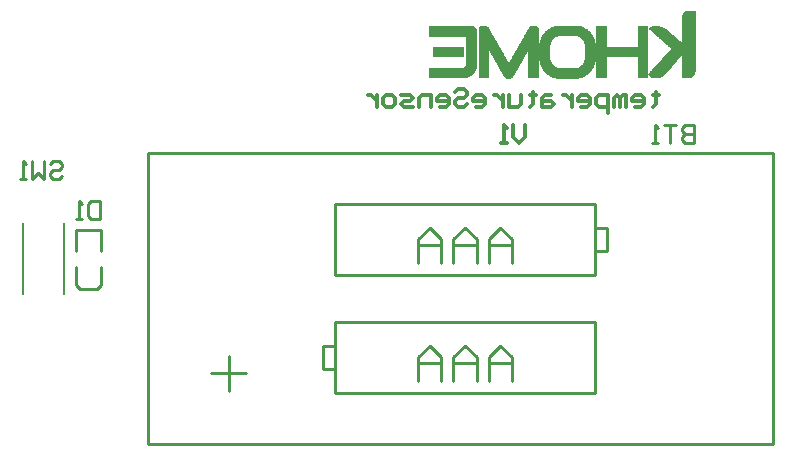
<source format=gbo>
G04 Layer_Color=32896*
%FSLAX25Y25*%
%MOIN*%
G70*
G01*
G75*
%ADD24C,0.01000*%
%ADD27C,0.01181*%
%ADD28C,0.00100*%
%ADD42C,0.00787*%
D24*
X49705Y3347D02*
Y100157D01*
X258287Y3347D02*
Y100157D01*
X49705D02*
X258287D01*
X49705Y3347D02*
X258287D01*
X76732Y20846D02*
Y32658D01*
X70827Y26752D02*
X82638D01*
X112165Y20256D02*
Y43878D01*
Y20256D02*
X198779D01*
Y43878D01*
X112165D02*
X198779D01*
X108228Y36004D02*
X112165D01*
X108228Y28130D02*
Y36004D01*
Y28130D02*
X112165D01*
X198779Y75374D02*
X202716D01*
Y67500D02*
Y75374D01*
X198779Y67500D02*
X202716D01*
X112165Y59626D02*
X198779D01*
X112165D02*
Y83248D01*
X198779D01*
Y59626D02*
Y83248D01*
X25700Y67700D02*
Y74700D01*
X34300Y67700D02*
Y74700D01*
X25700D02*
X34300D01*
X32756Y54764D02*
X34300Y56308D01*
Y62300D01*
X25700Y56308D02*
Y62300D01*
X27933Y54764D02*
X32756D01*
X27244D02*
X27933D01*
X25700Y56308D02*
X27244Y54764D01*
X17276Y96573D02*
X18276Y97573D01*
X20275D01*
X21275Y96573D01*
Y95574D01*
X20275Y94574D01*
X18276D01*
X17276Y93574D01*
Y92575D01*
X18276Y91575D01*
X20275D01*
X21275Y92575D01*
X15277Y97573D02*
Y91575D01*
X13277Y93574D01*
X11278Y91575D01*
Y97573D01*
X9279Y91575D02*
X7279D01*
X8279D01*
Y97573D01*
X9279Y96573D01*
X33775Y84173D02*
Y78175D01*
X30776D01*
X29776Y79175D01*
Y83173D01*
X30776Y84173D01*
X33775D01*
X27777Y78175D02*
X25777D01*
X26777D01*
Y84173D01*
X27777Y83173D01*
X231890Y109541D02*
Y103543D01*
X228891D01*
X227891Y104543D01*
Y105543D01*
X228891Y106542D01*
X231890D01*
X228891D01*
X227891Y107542D01*
Y108542D01*
X228891Y109541D01*
X231890D01*
X225892D02*
X221893D01*
X223892D01*
Y103543D01*
X219894D02*
X217894D01*
X218894D01*
Y109541D01*
X219894Y108542D01*
X171221Y24193D02*
Y32064D01*
X167285Y36000D01*
X163349Y32064D01*
Y24193D01*
Y30097D01*
X171221D01*
X159413Y24193D02*
Y32064D01*
X155477Y36000D01*
X151542Y32064D01*
Y24193D01*
Y30097D01*
X159413D01*
X147606Y24193D02*
Y32064D01*
X143670Y36000D01*
X139735Y32064D01*
Y24193D01*
Y30097D01*
X147606D01*
X171221Y63563D02*
Y71434D01*
X167285Y75370D01*
X163349Y71434D01*
Y63563D01*
Y69467D01*
X171221D01*
X159413Y63563D02*
Y71434D01*
X155477Y75370D01*
X151542Y71434D01*
Y63563D01*
Y69467D01*
X159413D01*
X147606Y63563D02*
Y71434D01*
X143670Y75370D01*
X139735Y71434D01*
Y63563D01*
Y69467D01*
X147606D01*
D27*
X219079Y120573D02*
Y119574D01*
X220079D01*
X218079D01*
X219079D01*
Y116575D01*
X218079Y115575D01*
X212081D02*
X214081D01*
X215080Y116575D01*
Y118574D01*
X214081Y119574D01*
X212081D01*
X211082Y118574D01*
Y117574D01*
X215080D01*
X209082Y115575D02*
Y119574D01*
X208083D01*
X207083Y118574D01*
Y115575D01*
Y118574D01*
X206083Y119574D01*
X205084Y118574D01*
Y115575D01*
X203084Y113576D02*
Y119574D01*
X200085D01*
X199085Y118574D01*
Y116575D01*
X200085Y115575D01*
X203084D01*
X194087D02*
X196087D01*
X197086Y116575D01*
Y118574D01*
X196087Y119574D01*
X194087D01*
X193087Y118574D01*
Y117574D01*
X197086D01*
X191088Y119574D02*
Y115575D01*
Y117574D01*
X190088Y118574D01*
X189089Y119574D01*
X188089D01*
X184090D02*
X182091D01*
X181091Y118574D01*
Y115575D01*
X184090D01*
X185090Y116575D01*
X184090Y117574D01*
X181091D01*
X178092Y120573D02*
Y119574D01*
X179092D01*
X177093D01*
X178092D01*
Y116575D01*
X177093Y115575D01*
X174094Y119574D02*
Y116575D01*
X173094Y115575D01*
X170095D01*
Y119574D01*
X168096D02*
Y115575D01*
Y117574D01*
X167096Y118574D01*
X166096Y119574D01*
X165096D01*
X159098Y115575D02*
X161098D01*
X162098Y116575D01*
Y118574D01*
X161098Y119574D01*
X159098D01*
X158099Y118574D01*
Y117574D01*
X162098D01*
X152101Y120573D02*
X153100Y121573D01*
X155100D01*
X156099Y120573D01*
Y119574D01*
X155100Y118574D01*
X153100D01*
X152101Y117574D01*
Y116575D01*
X153100Y115575D01*
X155100D01*
X156099Y116575D01*
X147102Y115575D02*
X149102D01*
X150101Y116575D01*
Y118574D01*
X149102Y119574D01*
X147102D01*
X146103Y118574D01*
Y117574D01*
X150101D01*
X144103Y115575D02*
Y119574D01*
X141104D01*
X140105Y118574D01*
Y115575D01*
X138105D02*
X135106D01*
X134107Y116575D01*
X135106Y117574D01*
X137106D01*
X138105Y118574D01*
X137106Y119574D01*
X134107D01*
X131107Y115575D02*
X129108D01*
X128109Y116575D01*
Y118574D01*
X129108Y119574D01*
X131107D01*
X132107Y118574D01*
Y116575D01*
X131107Y115575D01*
X126109Y119574D02*
Y115575D01*
Y117574D01*
X125110Y118574D01*
X124110Y119574D01*
X123110D01*
X175593Y109541D02*
Y105543D01*
X173594Y103543D01*
X171594Y105543D01*
Y109541D01*
X169595Y103543D02*
X167596D01*
X168595D01*
Y109541D01*
X169595Y108542D01*
D28*
X160001Y125491D02*
X163301D01*
X160001Y125591D02*
X163301D01*
X160001Y125691D02*
X163301D01*
X160001Y125791D02*
X163301D01*
X160001Y125891D02*
X163301D01*
X160001Y125991D02*
X163301D01*
X160001Y126091D02*
X163301D01*
X160001Y126191D02*
X163301D01*
X160001Y126291D02*
X163301D01*
X160001Y126391D02*
X163301D01*
X160001Y126491D02*
X163301D01*
X160001Y126591D02*
X163301D01*
X160001Y126691D02*
X163301D01*
X160001Y126791D02*
X163301D01*
X160001Y126891D02*
X163301D01*
X160001Y126991D02*
X163301D01*
X160001Y127091D02*
X163301D01*
X160001Y127191D02*
X163301D01*
X160001Y127291D02*
X163301D01*
X160001Y127391D02*
X163301D01*
X160001Y127491D02*
X163301D01*
X160001Y127591D02*
X163301D01*
X160001Y127691D02*
X163301D01*
X160001Y127791D02*
X163301D01*
X160001Y127891D02*
X163301D01*
X160001Y127991D02*
X163301D01*
X160001Y128091D02*
X163301D01*
X160001Y128191D02*
X163301D01*
X160001Y128291D02*
X163301D01*
X160001Y128391D02*
X163301D01*
X160001Y128491D02*
X163301D01*
X160001Y128591D02*
X163301D01*
X160001Y128691D02*
X163301D01*
X160001Y128791D02*
X163301D01*
X160001Y128891D02*
X163301D01*
X160001Y128991D02*
X163301D01*
X160001Y129091D02*
X163301D01*
X160001Y129191D02*
X163301D01*
X160001Y129291D02*
X163301D01*
X160001Y129391D02*
X163301D01*
X160001Y129491D02*
X163301D01*
X160001Y129591D02*
X163301D01*
X160001Y129691D02*
X163301D01*
X160001Y129791D02*
X163301D01*
X160001Y129891D02*
X163301D01*
X160001Y129991D02*
X163301D01*
X160001Y130091D02*
X163301D01*
X160001Y130191D02*
X163301D01*
X160001Y130291D02*
X163301D01*
X160001Y130391D02*
X163301D01*
X160001Y130491D02*
X163301D01*
X160001Y130591D02*
X163301D01*
X160001Y130791D02*
X163301D01*
X160001Y130891D02*
X163301D01*
X160001Y130991D02*
X163301D01*
X160001Y131091D02*
X163301D01*
X160001Y131191D02*
X163301D01*
X160001Y131291D02*
X163301D01*
X160001Y131391D02*
X163301D01*
X160001Y131491D02*
X163301D01*
X160001Y131591D02*
X163301D01*
X160001Y131691D02*
X163301D01*
X160001Y131791D02*
X163301D01*
X160001Y131891D02*
X163301D01*
X160001Y131991D02*
X163301D01*
X160001Y132091D02*
X163301D01*
X160001Y132191D02*
X163301D01*
X160001Y132291D02*
X163301D01*
X160001Y132391D02*
X163301D01*
X160001Y132491D02*
X163301D01*
X160001Y132591D02*
X163301D01*
X160001Y132691D02*
X163301D01*
X160001Y132791D02*
X163301D01*
X160001Y132891D02*
X163301D01*
X160001Y132991D02*
X163301D01*
X160001Y133091D02*
X163301D01*
X160001Y133191D02*
X163301D01*
X160001Y133291D02*
X163301D01*
X160001Y133391D02*
X163301D01*
X160001Y133491D02*
X163301D01*
X160001Y133591D02*
X163301D01*
X160001Y133691D02*
X163301D01*
X160001Y133791D02*
X163301D01*
X160001Y133891D02*
X163301D01*
X160001Y133991D02*
X163301D01*
X160001Y134091D02*
X163301D01*
X160001Y134191D02*
X163301D01*
X160001Y134291D02*
X163301D01*
X160001Y134391D02*
X163301D01*
X160001Y134491D02*
X163301D01*
X160001Y134591D02*
X163301D01*
X160001Y134691D02*
X163301D01*
X160001Y134791D02*
X163301D01*
X160001Y134891D02*
X163301D01*
X160001Y134991D02*
X163301D01*
X160001Y135091D02*
X163201D01*
X160001Y136491D02*
X166201D01*
X160001Y136591D02*
X166101D01*
X160001Y136691D02*
X166101D01*
X160001Y136791D02*
X166001D01*
X160001Y136891D02*
X166001D01*
X160001Y136991D02*
X165901D01*
X160001Y137091D02*
X165801D01*
X160001Y137191D02*
X165801D01*
X160001Y137291D02*
X165701D01*
X160001Y137391D02*
X165701D01*
X160001Y137491D02*
X165601D01*
X160001Y137591D02*
X165501D01*
X160001Y137691D02*
X165501D01*
X160001Y137791D02*
X165401D01*
X160001Y137891D02*
X165401D01*
X160001Y137991D02*
X165301D01*
X160001Y138091D02*
X165301D01*
X160001Y138191D02*
X165201D01*
X160001Y138291D02*
X165101D01*
X160001Y138391D02*
X165101D01*
X160001Y138491D02*
X165001D01*
X160001Y138591D02*
X165001D01*
X160001Y138791D02*
X164901D01*
X160001Y138891D02*
X164801D01*
X160001Y138991D02*
X164801D01*
X160001Y139091D02*
X164701D01*
X160001Y139191D02*
X164601D01*
X160001Y139291D02*
X164601D01*
X160001Y139391D02*
X164501D01*
X160001Y139491D02*
X164501D01*
X160001Y139591D02*
X164401D01*
X160001Y139691D02*
X164401D01*
X160001Y139791D02*
X164301D01*
X160001Y139891D02*
X164201D01*
X160001Y139991D02*
X164201D01*
X160001Y140091D02*
X164101D01*
X160001Y140191D02*
X164101D01*
X160001Y140291D02*
X164001D01*
X160001Y140391D02*
X163901D01*
X160001Y140491D02*
X163901D01*
X160001Y140591D02*
X163801D01*
X160001Y140691D02*
X163801D01*
X160001Y140791D02*
X163701D01*
X160001Y140891D02*
X163701D01*
X160001Y140991D02*
X163601D01*
X160001Y141091D02*
X163501D01*
X160001Y141191D02*
X163501D01*
X160001Y141291D02*
X163401D01*
X160001Y141391D02*
X163401D01*
X160001Y141491D02*
X163301D01*
X160001Y141591D02*
X163301D01*
X160001Y141691D02*
X163201D01*
X160101Y141791D02*
X163101D01*
X160101Y141891D02*
X163101D01*
X160201Y141991D02*
X163001D01*
X160301Y142091D02*
X163001D01*
X160301Y142191D02*
X162901D01*
X160401Y142291D02*
X162801D01*
X160501Y142391D02*
X162601D01*
X160701Y142491D02*
X162501D01*
X160801Y142591D02*
X162301D01*
X161101Y142691D02*
X162101D01*
X169601Y125191D02*
X170201D01*
X169201Y125291D02*
X170601D01*
X169001Y125391D02*
X170801D01*
X168901Y125491D02*
X170901D01*
X168801Y125591D02*
X171001D01*
X168701Y125691D02*
X171201D01*
X168601Y125791D02*
X171201D01*
X168501Y125891D02*
X171301D01*
X168501Y125991D02*
X171301D01*
X168401Y126091D02*
X171401D01*
X168401Y126191D02*
X171501D01*
X168301Y126291D02*
X171501D01*
X168201Y126391D02*
X171601D01*
X168201Y126491D02*
X171601D01*
X168101Y126591D02*
X171701D01*
X168101Y126691D02*
X171701D01*
X168001Y126791D02*
X171801D01*
X168001Y126891D02*
X171901D01*
X167901Y126991D02*
X171901D01*
X167801Y127091D02*
X172001D01*
X167801Y127191D02*
X172001D01*
X167701Y127291D02*
X172101D01*
X167701Y127391D02*
X172101D01*
X167601Y127491D02*
X172201D01*
X167601Y127591D02*
X172301D01*
X167501Y127691D02*
X172301D01*
X167401Y127791D02*
X172401D01*
X167401Y127891D02*
X172401D01*
X167301Y127991D02*
X172501D01*
X167301Y128091D02*
X172501D01*
X167201Y128191D02*
X172601D01*
X167201Y128291D02*
X172701D01*
X167101Y128391D02*
X172701D01*
X167101Y128491D02*
X172801D01*
X167001Y128591D02*
X172801D01*
X166901Y128691D02*
X172901D01*
X166901Y128791D02*
X172901D01*
X166801Y128891D02*
X173001D01*
X166801Y128991D02*
X173101D01*
X166701Y129091D02*
X173101D01*
X166701Y129191D02*
X173201D01*
X166601Y129291D02*
X173201D01*
X166501Y129391D02*
X173301D01*
X166501Y129491D02*
X173301D01*
X166401Y129591D02*
X173401D01*
X166401Y129691D02*
X173501D01*
X170001Y130091D02*
X173701D01*
X170001Y130191D02*
X173701D01*
X170101Y130291D02*
X173801D01*
X170201Y130391D02*
X173901D01*
X170201Y130491D02*
X173901D01*
X170301Y130591D02*
X174001D01*
X170401Y130791D02*
X174101D01*
X170401Y130891D02*
X174101D01*
X170501Y130991D02*
X174201D01*
X176601Y125491D02*
X179901D01*
X176601Y125591D02*
X179901D01*
X176601Y125691D02*
X179901D01*
X176601Y125791D02*
X179901D01*
X176601Y125891D02*
X179901D01*
X176601Y125991D02*
X179901D01*
X176601Y126091D02*
X179901D01*
X176601Y126191D02*
X179901D01*
X176601Y126291D02*
X179901D01*
X176601Y126391D02*
X179901D01*
X176601Y126491D02*
X179901D01*
X176601Y126591D02*
X179901D01*
X176601Y126691D02*
X179901D01*
X176601Y126791D02*
X179901D01*
X176601Y126891D02*
X179901D01*
X176601Y126991D02*
X179901D01*
X176601Y127091D02*
X179901D01*
X176601Y127191D02*
X179901D01*
X176601Y127291D02*
X179901D01*
X176601Y127391D02*
X179901D01*
X176601Y127491D02*
X179901D01*
X176601Y127591D02*
X179901D01*
X176601Y127691D02*
X179901D01*
X176601Y127791D02*
X179901D01*
X176601Y127891D02*
X179901D01*
X176601Y127991D02*
X179901D01*
X176601Y128091D02*
X179901D01*
X176601Y128191D02*
X179901D01*
X176601Y128291D02*
X179901D01*
X176601Y128391D02*
X179901D01*
X176601Y128491D02*
X179901D01*
X176601Y128591D02*
X179901D01*
X176601Y128691D02*
X179901D01*
X176601Y128791D02*
X179901D01*
X176601Y128891D02*
X179901D01*
X176601Y128991D02*
X179901D01*
X176601Y129091D02*
X179901D01*
X176601Y129191D02*
X179901D01*
X176601Y129291D02*
X179901D01*
X176601Y129391D02*
X179901D01*
X176601Y129491D02*
X179901D01*
X176601Y129591D02*
X179901D01*
X176601Y129691D02*
X179901D01*
X176601Y129791D02*
X179901D01*
X176601Y129891D02*
X179901D01*
X176601Y129991D02*
X179901D01*
X176601Y130091D02*
X179901D01*
X176601Y130191D02*
X179901D01*
X176601Y130291D02*
X179901D01*
X176601Y130391D02*
X179901D01*
X176601Y130491D02*
X179901D01*
X176601Y130591D02*
X179901D01*
X176601Y130791D02*
X179901D01*
X176601Y130891D02*
X179901D01*
X176601Y130991D02*
X179901D01*
X176601Y131091D02*
X179901D01*
X176601Y131191D02*
X179901D01*
X176601Y131291D02*
X179901D01*
X176601Y131391D02*
X179901D01*
X176601Y131491D02*
X179901D01*
X176601Y131591D02*
X179901D01*
X176601Y131691D02*
X179901D01*
X176601Y131791D02*
X179901D01*
X176601Y131891D02*
X179901D01*
X176601Y131991D02*
X179901D01*
X176601Y132091D02*
X179901D01*
X176601Y132191D02*
X179901D01*
X176601Y132291D02*
X179901D01*
X176601Y132391D02*
X179901D01*
X176601Y132491D02*
X179901D01*
X176601Y132591D02*
X179901D01*
X176601Y132691D02*
X179901D01*
X176601Y132791D02*
X179901D01*
X176601Y132891D02*
X179901D01*
X176601Y132991D02*
X179901D01*
X176601Y133091D02*
X179901D01*
X176601Y133191D02*
X179901D01*
X176601Y133291D02*
X179901D01*
X176601Y133391D02*
X179901D01*
X176601Y133491D02*
X179901D01*
X176601Y133591D02*
X179901D01*
X176601Y133691D02*
X179901D01*
X176601Y133791D02*
X179901D01*
X176601Y133891D02*
X179901D01*
X176601Y133991D02*
X179901D01*
X176601Y134091D02*
X179901D01*
X176601Y134191D02*
X179901D01*
X176601Y134291D02*
X179901D01*
X176601Y134391D02*
X179901D01*
X176601Y134491D02*
X179901D01*
X176601Y134591D02*
X179901D01*
X176601Y134691D02*
X179901D01*
X176601Y134791D02*
X179901D01*
X176601Y134891D02*
X179901D01*
X176601Y134991D02*
X179901D01*
X176601Y135091D02*
X179901D01*
X174401Y137691D02*
X179901D01*
X174401Y137791D02*
X179901D01*
X174501Y137891D02*
X179901D01*
X174501Y137991D02*
X179901D01*
X174601Y138091D02*
X179901D01*
X174601Y138191D02*
X179901D01*
X174701Y138291D02*
X179901D01*
X174801Y138391D02*
X179901D01*
X174801Y138491D02*
X179901D01*
X174901Y138591D02*
X179901D01*
X175001Y138791D02*
X179901D01*
X175101Y138891D02*
X179901D01*
X175101Y138991D02*
X179901D01*
X175201Y139091D02*
X179901D01*
X175201Y139191D02*
X179901D01*
X175301Y139291D02*
X179901D01*
X175301Y139391D02*
X179901D01*
X175401Y139491D02*
X179901D01*
X175501Y139591D02*
X179901D01*
X175501Y139691D02*
X179901D01*
X175601Y139791D02*
X179901D01*
X175601Y139891D02*
X179901D01*
X175701Y139991D02*
X179901D01*
X175701Y140091D02*
X179901D01*
X175801Y140191D02*
X179901D01*
X175801Y140291D02*
X179901D01*
X175901Y140391D02*
X179901D01*
X176001Y140491D02*
X179901D01*
X176001Y140591D02*
X179901D01*
X176101Y140691D02*
X179901D01*
X176101Y140791D02*
X179901D01*
X176201Y140891D02*
X179901D01*
X176201Y140991D02*
X179901D01*
X176301Y141091D02*
X179901D01*
X176401Y141191D02*
X179901D01*
X176401Y141291D02*
X179901D01*
X176501Y141391D02*
X179801D01*
X176501Y141491D02*
X179801D01*
X176601Y141591D02*
X179801D01*
X176701Y141691D02*
X179801D01*
X176701Y141791D02*
X179701D01*
X176801Y141891D02*
X179701D01*
X176801Y141991D02*
X179601D01*
X176901Y142091D02*
X179601D01*
X177001Y142191D02*
X179501D01*
X177101Y142291D02*
X179401D01*
X177201Y142391D02*
X179301D01*
X177301Y142491D02*
X179101D01*
X177501Y142591D02*
X179001D01*
X177701Y142691D02*
X178701D01*
X192301Y128491D02*
X197701D01*
X192801Y128591D02*
X197801D01*
X193101Y128691D02*
X197901D01*
X193401Y128791D02*
X197901D01*
X193601Y128891D02*
X198001D01*
X193701Y128991D02*
X198001D01*
X193901Y129091D02*
X198101D01*
X194001Y129191D02*
X198101D01*
X194201Y129291D02*
X198201D01*
X194301Y129391D02*
X198201D01*
X194401Y129491D02*
X198201D01*
X194401Y138491D02*
X198201D01*
X194201Y138591D02*
X198201D01*
X194001Y138791D02*
X198101D01*
X193801Y138891D02*
X198001D01*
X193701Y138991D02*
X198001D01*
X193501Y139091D02*
X197901D01*
X193301Y139191D02*
X197901D01*
X193001Y139291D02*
X197801D01*
X192601Y139391D02*
X197801D01*
X191901Y139491D02*
X197701D01*
X199201Y125491D02*
X202501D01*
X199201Y125591D02*
X202501D01*
X199201Y125691D02*
X202501D01*
X199201Y125791D02*
X202501D01*
X199201Y125891D02*
X202501D01*
X199201Y125991D02*
X202501D01*
X199201Y126091D02*
X202501D01*
X199201Y126191D02*
X202501D01*
X199201Y126291D02*
X202501D01*
X199201Y126391D02*
X202501D01*
X199201Y126491D02*
X202501D01*
X199201Y126591D02*
X202501D01*
X199201Y126691D02*
X202501D01*
X199201Y126791D02*
X202501D01*
X199201Y126891D02*
X202501D01*
X199201Y126991D02*
X202501D01*
X199201Y127091D02*
X202501D01*
X199201Y127191D02*
X202501D01*
X199201Y127291D02*
X202501D01*
X199201Y127391D02*
X202501D01*
X199201Y127491D02*
X202501D01*
X199201Y127591D02*
X202501D01*
X199201Y127691D02*
X202501D01*
X199201Y127791D02*
X202501D01*
X199201Y127891D02*
X202501D01*
X199201Y127991D02*
X202501D01*
X199201Y128091D02*
X202501D01*
X199201Y128191D02*
X202501D01*
X199201Y128291D02*
X202501D01*
X199201Y128391D02*
X202501D01*
X199201Y128491D02*
X202501D01*
X199201Y128591D02*
X202501D01*
X199201Y128691D02*
X202501D01*
X199201Y128791D02*
X202501D01*
X199201Y128891D02*
X202501D01*
X199201Y128991D02*
X202501D01*
X199201Y129091D02*
X202501D01*
X199201Y129191D02*
X202501D01*
X199201Y129291D02*
X202501D01*
X199201Y129391D02*
X202501D01*
X199201Y129491D02*
X202501D01*
X199201Y129591D02*
X202501D01*
X199201Y129691D02*
X202501D01*
X199201Y129791D02*
X202501D01*
X199201Y129891D02*
X202501D01*
X199201Y129991D02*
X202501D01*
X199201Y130091D02*
X202501D01*
X199201Y130191D02*
X202501D01*
X199201Y130291D02*
X202501D01*
X199201Y130391D02*
X202501D01*
X199201Y130491D02*
X202501D01*
X199201Y130591D02*
X202501D01*
X199201Y130791D02*
X202501D01*
X199201Y130891D02*
X202501D01*
X199201Y130991D02*
X202501D01*
X199201Y131091D02*
X202501D01*
X199201Y131191D02*
X202501D01*
X199201Y131291D02*
X202501D01*
X199201Y131391D02*
X202501D01*
X199201Y131491D02*
X202501D01*
X199201Y131591D02*
X202501D01*
X199201Y131691D02*
X202501D01*
X199201Y131791D02*
X202501D01*
X199201Y131891D02*
X202501D01*
X199201Y131991D02*
X202501D01*
X199201Y132091D02*
X202501D01*
X199201Y132191D02*
X202501D01*
X199201Y132291D02*
X202501D01*
X199201Y135691D02*
X202501D01*
X199201Y135791D02*
X202501D01*
X199201Y135891D02*
X202501D01*
X199201Y135991D02*
X202501D01*
X199201Y136091D02*
X202501D01*
X199201Y136191D02*
X202501D01*
X199201Y136291D02*
X202501D01*
X199201Y136391D02*
X202501D01*
X199201Y136491D02*
X202501D01*
X199201Y136591D02*
X202501D01*
X199201Y136691D02*
X202501D01*
X199201Y136791D02*
X202501D01*
X199201Y136891D02*
X202501D01*
X199201Y136991D02*
X202501D01*
X199201Y137091D02*
X202501D01*
X199201Y137191D02*
X202501D01*
X199201Y137291D02*
X202501D01*
X199201Y137391D02*
X202501D01*
X199201Y137491D02*
X202501D01*
X199201Y137591D02*
X202501D01*
X199201Y137691D02*
X202501D01*
X199201Y137791D02*
X202501D01*
X199201Y137891D02*
X202501D01*
X199201Y137991D02*
X202501D01*
X199201Y138091D02*
X202501D01*
X199201Y138191D02*
X202501D01*
X199201Y138291D02*
X202501D01*
X199201Y138391D02*
X202501D01*
X199201Y138491D02*
X202501D01*
X199201Y138591D02*
X202501D01*
X199201Y138791D02*
X202501D01*
X199201Y138891D02*
X202501D01*
X199201Y138991D02*
X202501D01*
X199201Y139091D02*
X202501D01*
X199201Y139191D02*
X202501D01*
X199201Y139291D02*
X202501D01*
X199201Y139391D02*
X202501D01*
X199201Y139491D02*
X202501D01*
X199201Y139591D02*
X202501D01*
X199201Y139691D02*
X202501D01*
X199201Y139791D02*
X202501D01*
X199201Y139891D02*
X202501D01*
X199201Y139991D02*
X202501D01*
X199201Y140091D02*
X202501D01*
X199201Y140191D02*
X202501D01*
X199201Y140291D02*
X202501D01*
X199201Y140391D02*
X202501D01*
X199201Y140491D02*
X202501D01*
X199201Y140591D02*
X202501D01*
X199201Y140691D02*
X202501D01*
X199201Y140791D02*
X202501D01*
X199201Y140891D02*
X202501D01*
X199201Y140991D02*
X202501D01*
X199201Y141091D02*
X202501D01*
X199201Y141191D02*
X202501D01*
X199201Y141291D02*
X202501D01*
X199201Y141391D02*
X202501D01*
X199201Y141491D02*
X202501D01*
X199201Y141591D02*
X202501D01*
X199201Y141691D02*
X202501D01*
X199201Y141791D02*
X202501D01*
X199201Y141891D02*
X202501D01*
X199201Y141991D02*
X202501D01*
X199201Y142091D02*
X202501D01*
X199201Y142191D02*
X202501D01*
X199201Y142291D02*
X202501D01*
X199201Y142391D02*
X202501D01*
X199201Y142491D02*
X202501D01*
X218001Y125491D02*
X219801D01*
X217601Y125591D02*
X220201D01*
X217401Y125691D02*
X220401D01*
X217201Y125791D02*
X220601D01*
X217101Y125891D02*
X220801D01*
X217001Y125991D02*
X221001D01*
X216901Y126091D02*
X221101D01*
X216701Y126191D02*
X221301D01*
X216701Y126291D02*
X221401D01*
X216601Y126391D02*
X221501D01*
X216601Y126491D02*
X221701D01*
X216601Y126591D02*
X221801D01*
X216601Y126691D02*
X221901D01*
X216701Y126791D02*
X222001D01*
X216801Y126891D02*
X222101D01*
X216901Y126991D02*
X222201D01*
X217201Y141491D02*
X222201D01*
X217101Y141591D02*
X222101D01*
X216901Y141691D02*
X221901D01*
X216801Y141791D02*
X221801D01*
X216801Y141891D02*
X221601D01*
X217001Y141991D02*
X221401D01*
X217201Y142091D02*
X221201D01*
X217401Y142191D02*
X220901D01*
X217601Y142291D02*
X220601D01*
X217901Y142391D02*
X220201D01*
X218401Y142491D02*
X219701D01*
X227801Y125491D02*
X230201D01*
X222401Y132891D02*
X227301D01*
X222501Y132991D02*
X227401D01*
X222601Y133091D02*
X227501D01*
X222701Y133191D02*
X227601D01*
X222701Y133291D02*
X227601D01*
X222801Y133391D02*
X227701D01*
X222901Y133491D02*
X227801D01*
X160001Y130691D02*
X163301D01*
X160001Y138691D02*
X164901D01*
X170301Y130691D02*
X174001D01*
X176601D02*
X179901D01*
X174901Y138691D02*
X179901D01*
X194101D02*
X198101D01*
X199201Y130691D02*
X202501D01*
X199201Y138691D02*
X202501D01*
X143501Y125491D02*
X155501D01*
X143501Y125591D02*
X156001D01*
X143501Y125691D02*
X156301D01*
X143501Y125791D02*
X156501D01*
X143501Y125891D02*
X156701D01*
X143501Y125991D02*
X156901D01*
X143501Y126091D02*
X157101D01*
X143501Y126191D02*
X157301D01*
X143501Y126291D02*
X157401D01*
X143501Y126391D02*
X157501D01*
X143501Y126491D02*
X157701D01*
X143501Y126591D02*
X157801D01*
X143501Y126691D02*
X157901D01*
X143501Y126791D02*
X158001D01*
X143501Y126891D02*
X158101D01*
X143501Y126991D02*
X158201D01*
X143501Y127091D02*
X158301D01*
X143501Y127191D02*
X158301D01*
X143501Y127291D02*
X158401D01*
X143501Y127391D02*
X158501D01*
X143501Y127491D02*
X158501D01*
X143501Y127591D02*
X158601D01*
X143501Y127691D02*
X158601D01*
X143501Y127791D02*
X158701D01*
X143501Y127891D02*
X158701D01*
X143501Y127991D02*
X158801D01*
X143501Y128091D02*
X158801D01*
X143501Y128191D02*
X158901D01*
X143501Y128291D02*
X158901D01*
X143501Y128391D02*
X158901D01*
X143501Y128491D02*
X158901D01*
X143501Y128591D02*
X159001D01*
X154901Y128691D02*
X159001D01*
X155301Y128791D02*
X159001D01*
X155401Y128891D02*
X159001D01*
X155501Y128991D02*
X159001D01*
X155601Y129091D02*
X159101D01*
X155701Y129191D02*
X159101D01*
X155701Y129291D02*
X159101D01*
X155801Y129391D02*
X159101D01*
X155801Y129491D02*
X159101D01*
X155801Y129591D02*
X159101D01*
X155801Y129691D02*
X159101D01*
X155801Y129791D02*
X159101D01*
X155801Y129891D02*
X159101D01*
X155801Y129991D02*
X159101D01*
X155801Y130091D02*
X159101D01*
X166101D02*
X169901D01*
X155801Y130191D02*
X159101D01*
X166101D02*
X169801D01*
X155801Y130291D02*
X159101D01*
X166001D02*
X169701D01*
X155801Y130391D02*
X159101D01*
X166001D02*
X169701D01*
X155801Y130491D02*
X159101D01*
X165901D02*
X169601D01*
X155801Y130591D02*
X159101D01*
X165901D02*
X169601D01*
X155801Y130791D02*
X159101D01*
X165701D02*
X169501D01*
X155801Y130891D02*
X159101D01*
X165701D02*
X169401D01*
X155801Y130991D02*
X159101D01*
X165601D02*
X169301D01*
X155801Y131091D02*
X159101D01*
X165601D02*
X169301D01*
X155801Y131191D02*
X159101D01*
X165501D02*
X169201D01*
X155801Y131291D02*
X159101D01*
X165501D02*
X169201D01*
X155801Y131391D02*
X159101D01*
X165401D02*
X169101D01*
X155801Y131491D02*
X159101D01*
X165401D02*
X169101D01*
X155801Y131591D02*
X159101D01*
X165301D02*
X169001D01*
X155801Y131691D02*
X159101D01*
X165201D02*
X168901D01*
X155801Y131791D02*
X159101D01*
X165201D02*
X168901D01*
X155801Y131891D02*
X159101D01*
X165101D02*
X168801D01*
X155801Y131991D02*
X159101D01*
X165101D02*
X168801D01*
X155801Y132091D02*
X159101D01*
X165001D02*
X168701D01*
X155801Y132191D02*
X159101D01*
X165001D02*
X168701D01*
X155801Y132291D02*
X159101D01*
X164901D02*
X168601D01*
X144901Y132391D02*
X154801D01*
X155801D02*
X159101D01*
X164801D02*
X168601D01*
X144901Y132491D02*
X154801D01*
X155801D02*
X159101D01*
X164801D02*
X168501D01*
X144901Y132591D02*
X154801D01*
X155801D02*
X159101D01*
X164701D02*
X168401D01*
X144901Y132691D02*
X154801D01*
X155801D02*
X159101D01*
X164701D02*
X168401D01*
X144901Y132791D02*
X154801D01*
X155801D02*
X159101D01*
X164601D02*
X168301D01*
X144901Y132891D02*
X154801D01*
X155801D02*
X159101D01*
X164601D02*
X168301D01*
X144901Y132991D02*
X154801D01*
X155801D02*
X159101D01*
X164501D02*
X168201D01*
X144901Y133091D02*
X154801D01*
X155801D02*
X159101D01*
X164401D02*
X168101D01*
X144901Y133191D02*
X154801D01*
X155801D02*
X159101D01*
X164401D02*
X168101D01*
X144901Y133291D02*
X154801D01*
X155801D02*
X159101D01*
X164301D02*
X168001D01*
X144901Y133391D02*
X154801D01*
X155801D02*
X159101D01*
X164301D02*
X168001D01*
X144901Y133491D02*
X154801D01*
X155801D02*
X159101D01*
X164201D02*
X167901D01*
X144901Y133591D02*
X154801D01*
X155801D02*
X159101D01*
X164201D02*
X167901D01*
X144901Y133691D02*
X154801D01*
X155801D02*
X159101D01*
X164101D02*
X167801D01*
X144901Y133791D02*
X154801D01*
X155801D02*
X159101D01*
X164001D02*
X167701D01*
X144901Y133891D02*
X154801D01*
X155801D02*
X159101D01*
X164001D02*
X167701D01*
X144901Y133991D02*
X154801D01*
X155801D02*
X159101D01*
X163901D02*
X167601D01*
X144901Y134091D02*
X154801D01*
X155801D02*
X159101D01*
X163901D02*
X167601D01*
X144901Y134191D02*
X154801D01*
X155801D02*
X159101D01*
X163801D02*
X167501D01*
X144901Y134291D02*
X154801D01*
X155801D02*
X159101D01*
X163801D02*
X167401D01*
X144901Y134391D02*
X154801D01*
X155801D02*
X159101D01*
X163701D02*
X167401D01*
X144901Y134491D02*
X154801D01*
X155801D02*
X159101D01*
X163601D02*
X167301D01*
X144901Y134591D02*
X154801D01*
X155801D02*
X159101D01*
X163601D02*
X167301D01*
X144901Y134691D02*
X154801D01*
X155801D02*
X159101D01*
X163501D02*
X167201D01*
X144901Y134791D02*
X154801D01*
X155801D02*
X159101D01*
X163501D02*
X167201D01*
X144901Y134891D02*
X154801D01*
X155801D02*
X159101D01*
X163401D02*
X167101D01*
X144901Y134991D02*
X154801D01*
X155801D02*
X159101D01*
X163401D02*
X167001D01*
X144901Y135091D02*
X154801D01*
X155801D02*
X159101D01*
X163301D02*
X167001D01*
X144901Y135191D02*
X154801D01*
X155801D02*
X159101D01*
X160001D02*
X166901D01*
X144901Y135291D02*
X154801D01*
X155801D02*
X159101D01*
X160001D02*
X166901D01*
X144901Y135391D02*
X154801D01*
X155801D02*
X159101D01*
X160001D02*
X166801D01*
X144901Y135491D02*
X154801D01*
X155801D02*
X159101D01*
X160001D02*
X166801D01*
X144901Y135591D02*
X154701D01*
X155801D02*
X159101D01*
X160001D02*
X166701D01*
X155801Y135691D02*
X159101D01*
X160001D02*
X166601D01*
X155801Y135791D02*
X159101D01*
X160001D02*
X166601D01*
X155801Y135891D02*
X159101D01*
X160001D02*
X166501D01*
X155801Y135991D02*
X159101D01*
X160001D02*
X166501D01*
X155801Y136091D02*
X159101D01*
X160001D02*
X166401D01*
X155801Y136191D02*
X159101D01*
X160001D02*
X166401D01*
X155801Y136291D02*
X159101D01*
X160001D02*
X166301D01*
X155801Y136391D02*
X159101D01*
X160001D02*
X166301D01*
X155801Y136491D02*
X159101D01*
X155801Y136591D02*
X159101D01*
X155801Y136691D02*
X159101D01*
X155801Y136791D02*
X159101D01*
X155801Y136891D02*
X159101D01*
X155801Y136991D02*
X159101D01*
X155801Y137091D02*
X159101D01*
X155801Y137191D02*
X159101D01*
X155801Y137291D02*
X159101D01*
X155801Y137391D02*
X159101D01*
X155801Y137491D02*
X159101D01*
X155801Y137591D02*
X159101D01*
X155801Y137691D02*
X159101D01*
X155801Y137791D02*
X159101D01*
X155801Y137891D02*
X159101D01*
X155801Y137991D02*
X159101D01*
X155801Y138091D02*
X159101D01*
X155801Y138191D02*
X159101D01*
X155801Y138291D02*
X159101D01*
X155801Y138391D02*
X159101D01*
X155801Y138491D02*
X159101D01*
X155801Y138591D02*
X159101D01*
X155801Y138791D02*
X159101D01*
X155801Y138891D02*
X159101D01*
X155801Y138991D02*
X159101D01*
X155801Y139091D02*
X159101D01*
X155801Y139191D02*
X159101D01*
X143501Y139291D02*
X159101D01*
X143501Y139391D02*
X159101D01*
X143501Y139491D02*
X159101D01*
X143501Y139591D02*
X159101D01*
X143501Y139691D02*
X159101D01*
X143501Y139791D02*
X159101D01*
X143501Y139891D02*
X159101D01*
X143501Y139991D02*
X159101D01*
X143501Y140091D02*
X159101D01*
X143501Y140191D02*
X159101D01*
X143501Y140291D02*
X159101D01*
X143501Y140391D02*
X159101D01*
X143501Y140491D02*
X159101D01*
X143501Y140591D02*
X159101D01*
X143501Y140691D02*
X159101D01*
X143501Y140791D02*
X159101D01*
X143501Y140891D02*
X159101D01*
X143501Y140991D02*
X159101D01*
X143501Y141091D02*
X159101D01*
X143501Y141191D02*
X159101D01*
X143501Y141291D02*
X159101D01*
X143501Y141391D02*
X159001D01*
X143501Y141491D02*
X159001D01*
X143501Y141591D02*
X158901D01*
X143501Y141691D02*
X158901D01*
X143501Y141791D02*
X158801D01*
X143501Y141891D02*
X158801D01*
X143501Y141991D02*
X158701D01*
X143501Y142091D02*
X158501D01*
X143501Y142191D02*
X158401D01*
X143501Y142291D02*
X158301D01*
X143501Y142391D02*
X158101D01*
X143501Y142491D02*
X157801D01*
X186701Y125191D02*
X192301D01*
X185901Y125291D02*
X193101D01*
X185501Y125391D02*
X193501D01*
X185101Y125491D02*
X193901D01*
X184801Y125591D02*
X194201D01*
X184601Y125691D02*
X194401D01*
X184301Y125791D02*
X194701D01*
X184101Y125891D02*
X194901D01*
X183901Y125991D02*
X195101D01*
X183701Y126091D02*
X195301D01*
X183601Y126191D02*
X195501D01*
X183401Y126291D02*
X195601D01*
X183301Y126391D02*
X195801D01*
X183101Y126491D02*
X195901D01*
X183001Y126591D02*
X196001D01*
X182901Y126691D02*
X196201D01*
X182701Y126791D02*
X196301D01*
X182601Y126891D02*
X196401D01*
X182501Y126991D02*
X196501D01*
X182401Y127091D02*
X196601D01*
X182301Y127191D02*
X196701D01*
X182201Y127291D02*
X196801D01*
X182101Y127391D02*
X196901D01*
X182001Y127491D02*
X197001D01*
X181901Y127591D02*
X197101D01*
X181801Y127691D02*
X197201D01*
X181801Y127791D02*
X197301D01*
X181701Y127891D02*
X197301D01*
X181601Y127991D02*
X197401D01*
X181501Y128091D02*
X197501D01*
X181501Y128191D02*
X197601D01*
X181401Y128291D02*
X197601D01*
X181301Y128391D02*
X197701D01*
X181301Y128491D02*
X186701D01*
X181201Y128591D02*
X186201D01*
X181201Y128691D02*
X185901D01*
X181101Y128791D02*
X185701D01*
X181101Y128891D02*
X185501D01*
X181001Y128991D02*
X185301D01*
X181001Y129091D02*
X185101D01*
X180901Y129191D02*
X185001D01*
X180901Y129291D02*
X184901D01*
X180801Y129391D02*
X184801D01*
X180801Y129491D02*
X184601D01*
X180801Y129591D02*
X184501D01*
X194501D02*
X198301D01*
X180701Y129691D02*
X184501D01*
X194601D02*
X198301D01*
X180701Y129791D02*
X184401D01*
X194701D02*
X198301D01*
X180601Y129891D02*
X184301D01*
X194701D02*
X198401D01*
X180601Y129991D02*
X184201D01*
X194801D02*
X198401D01*
X180601Y130091D02*
X184201D01*
X194901D02*
X198401D01*
X180601Y130191D02*
X184101D01*
X194901D02*
X198501D01*
X180501Y130291D02*
X184001D01*
X195001D02*
X198501D01*
X180501Y130391D02*
X184001D01*
X195101D02*
X198501D01*
X180501Y130491D02*
X183901D01*
X195101D02*
X198601D01*
X180401Y130591D02*
X183901D01*
X195101D02*
X198601D01*
X180401Y130791D02*
X183801D01*
X195201D02*
X198601D01*
X180401Y130891D02*
X183801D01*
X195301D02*
X198601D01*
X180401Y130991D02*
X183701D01*
X195301D02*
X198701D01*
X170601Y131091D02*
X174301D01*
X180401D02*
X183701D01*
X195301D02*
X198701D01*
X170601Y131191D02*
X174301D01*
X180301D02*
X183701D01*
X195401D02*
X198701D01*
X170701Y131291D02*
X174401D01*
X180301D02*
X183701D01*
X195401D02*
X198701D01*
X170701Y131391D02*
X174401D01*
X180301D02*
X183601D01*
X195401D02*
X198701D01*
X170801Y131491D02*
X174501D01*
X180301D02*
X183601D01*
X195401D02*
X198701D01*
X170801Y131591D02*
X174501D01*
X180301D02*
X183601D01*
X195401D02*
X198701D01*
X170901Y131691D02*
X174601D01*
X180301D02*
X183601D01*
X195501D02*
X198701D01*
X171001Y131791D02*
X174701D01*
X180301D02*
X183601D01*
X195501D02*
X198701D01*
X171001Y131891D02*
X174701D01*
X180301D02*
X183601D01*
X195501D02*
X198801D01*
X171101Y131991D02*
X174801D01*
X180301D02*
X183601D01*
X195501D02*
X198801D01*
X171101Y132091D02*
X174801D01*
X180301D02*
X183501D01*
X195501D02*
X198801D01*
X171201Y132191D02*
X174901D01*
X180301D02*
X183501D01*
X195501D02*
X198801D01*
X171201Y132291D02*
X174901D01*
X180301D02*
X183501D01*
X195501D02*
X198801D01*
X171301Y132391D02*
X175001D01*
X180301D02*
X183501D01*
X195501D02*
X198801D01*
X171401Y132491D02*
X175101D01*
X180301D02*
X183501D01*
X195501D02*
X198801D01*
X171401Y132591D02*
X175101D01*
X180301D02*
X183501D01*
X195501D02*
X198801D01*
X171501Y132691D02*
X175201D01*
X180301D02*
X183501D01*
X195501D02*
X198801D01*
X171501Y132791D02*
X175201D01*
X180301D02*
X183501D01*
X195501D02*
X198801D01*
X171601Y132891D02*
X175301D01*
X180301D02*
X183501D01*
X195501D02*
X198801D01*
X171601Y132991D02*
X175301D01*
X180301D02*
X183501D01*
X195501D02*
X198801D01*
X171701Y133091D02*
X175401D01*
X180301D02*
X183501D01*
X195501D02*
X198801D01*
X171801Y133191D02*
X175501D01*
X180301D02*
X183501D01*
X195501D02*
X198801D01*
X171801Y133291D02*
X175501D01*
X180301D02*
X183501D01*
X195501D02*
X198801D01*
X171901Y133391D02*
X175601D01*
X180301D02*
X183501D01*
X195501D02*
X198801D01*
X171901Y133491D02*
X175601D01*
X180301D02*
X183501D01*
X195501D02*
X198801D01*
X172001Y133591D02*
X175701D01*
X180301D02*
X183501D01*
X195501D02*
X198801D01*
X172001Y133691D02*
X175701D01*
X180301D02*
X183501D01*
X195501D02*
X198801D01*
X172101Y133791D02*
X175801D01*
X180301D02*
X183501D01*
X195501D02*
X198801D01*
X172201Y133891D02*
X175901D01*
X180301D02*
X183501D01*
X195501D02*
X198801D01*
X172201Y133991D02*
X175901D01*
X180301D02*
X183501D01*
X195501D02*
X198801D01*
X172301Y134091D02*
X176001D01*
X180301D02*
X183501D01*
X195501D02*
X198801D01*
X172301Y134191D02*
X176001D01*
X180301D02*
X183501D01*
X195501D02*
X198801D01*
X172401Y134291D02*
X176101D01*
X180301D02*
X183501D01*
X195501D02*
X198801D01*
X172501Y134391D02*
X176101D01*
X180301D02*
X183501D01*
X195501D02*
X198801D01*
X172501Y134491D02*
X176201D01*
X180301D02*
X183501D01*
X195501D02*
X198801D01*
X172601Y134591D02*
X176201D01*
X180301D02*
X183501D01*
X195501D02*
X198801D01*
X172601Y134691D02*
X176301D01*
X180301D02*
X183501D01*
X195501D02*
X198801D01*
X172701Y134791D02*
X176401D01*
X180301D02*
X183501D01*
X195501D02*
X198801D01*
X172801Y134891D02*
X176401D01*
X180301D02*
X183501D01*
X195501D02*
X198801D01*
X172801Y134991D02*
X176501D01*
X180301D02*
X183501D01*
X195501D02*
X198801D01*
X172901Y135091D02*
X176501D01*
X180301D02*
X183501D01*
X195501D02*
X198801D01*
X172901Y135191D02*
X179901D01*
X180301D02*
X183501D01*
X195501D02*
X198801D01*
X173001Y135291D02*
X179901D01*
X180301D02*
X183501D01*
X195501D02*
X198801D01*
X173001Y135391D02*
X179901D01*
X180301D02*
X183501D01*
X195501D02*
X198801D01*
X173101Y135491D02*
X179901D01*
X180301D02*
X183501D01*
X195501D02*
X198801D01*
X173201Y135591D02*
X179901D01*
X180301D02*
X183501D01*
X195501D02*
X198801D01*
X173201Y135691D02*
X179901D01*
X180301D02*
X183501D01*
X195501D02*
X198801D01*
X173301Y135791D02*
X179901D01*
X180301D02*
X183501D01*
X195501D02*
X198801D01*
X173301Y135891D02*
X179901D01*
X180301D02*
X183501D01*
X195501D02*
X198801D01*
X173401Y135991D02*
X179901D01*
X180301D02*
X183601D01*
X195501D02*
X198801D01*
X173401Y136091D02*
X179901D01*
X180301D02*
X183601D01*
X195501D02*
X198801D01*
X173501Y136191D02*
X179901D01*
X180301D02*
X183601D01*
X195501D02*
X198701D01*
X173601Y136291D02*
X179901D01*
X180301D02*
X183601D01*
X195401D02*
X198701D01*
X173601Y136391D02*
X179901D01*
X180301D02*
X183601D01*
X195401D02*
X198701D01*
X173701Y136491D02*
X179901D01*
X180301D02*
X183601D01*
X195401D02*
X198701D01*
X173701Y136591D02*
X179901D01*
X180301D02*
X183601D01*
X195401D02*
X198701D01*
X173801Y136691D02*
X179901D01*
X180301D02*
X183701D01*
X195401D02*
X198701D01*
X173801Y136791D02*
X179901D01*
X180301D02*
X183701D01*
X195301D02*
X198701D01*
X173901Y136891D02*
X179901D01*
X180401D02*
X183701D01*
X195301D02*
X198701D01*
X173901Y136991D02*
X179901D01*
X180401D02*
X183701D01*
X195301D02*
X198701D01*
X174001Y137091D02*
X179901D01*
X180401D02*
X183801D01*
X195201D02*
X198601D01*
X174101Y137191D02*
X179901D01*
X180401D02*
X183801D01*
X195201D02*
X198601D01*
X174101Y137291D02*
X179901D01*
X180401D02*
X183901D01*
X195201D02*
X198601D01*
X174201Y137391D02*
X179901D01*
X180501D02*
X183901D01*
X195101D02*
X198601D01*
X174201Y137491D02*
X179901D01*
X180501D02*
X184001D01*
X195101D02*
X198501D01*
X174301Y137591D02*
X179901D01*
X180501D02*
X184001D01*
X195001D02*
X198501D01*
X180501Y137691D02*
X184101D01*
X195001D02*
X198501D01*
X180601Y137791D02*
X184101D01*
X194901D02*
X198501D01*
X180601Y137891D02*
X184201D01*
X194801D02*
X198401D01*
X180601Y137991D02*
X184201D01*
X194801D02*
X198401D01*
X180701Y138091D02*
X184301D01*
X194701D02*
X198401D01*
X180701Y138191D02*
X184401D01*
X194601D02*
X198301D01*
X180701Y138291D02*
X184501D01*
X194601D02*
X198301D01*
X180801Y138391D02*
X184601D01*
X194501D02*
X198301D01*
X180801Y138491D02*
X184701D01*
X180901Y138591D02*
X184801D01*
X180901Y138791D02*
X185001D01*
X181001Y138891D02*
X185201D01*
X181001Y138991D02*
X185301D01*
X181101Y139091D02*
X185501D01*
X181101Y139191D02*
X185801D01*
X181201Y139291D02*
X186001D01*
X181201Y139391D02*
X186401D01*
X181301Y139491D02*
X187101D01*
X181401Y139591D02*
X197601D01*
X181401Y139691D02*
X197601D01*
X181501Y139791D02*
X197501D01*
X181601Y139891D02*
X197401D01*
X181701Y139991D02*
X197401D01*
X181701Y140091D02*
X197301D01*
X181801Y140191D02*
X197201D01*
X181901Y140291D02*
X197101D01*
X182001Y140391D02*
X197101D01*
X182101Y140491D02*
X197001D01*
X182201Y140591D02*
X196901D01*
X182201Y140691D02*
X196801D01*
X182301Y140791D02*
X196701D01*
X182501Y140891D02*
X196601D01*
X182601Y140991D02*
X196501D01*
X182701Y141091D02*
X196301D01*
X182801Y141191D02*
X196201D01*
X182901Y141291D02*
X196101D01*
X183101Y141391D02*
X196001D01*
X183201Y141491D02*
X195801D01*
X183401Y141591D02*
X195701D01*
X183501Y141691D02*
X195501D01*
X183701Y141791D02*
X195301D01*
X183901Y141891D02*
X195201D01*
X184001Y141991D02*
X195001D01*
X184301Y142091D02*
X194801D01*
X184501Y142191D02*
X194501D01*
X184701Y142291D02*
X194301D01*
X185001Y142391D02*
X194001D01*
X185301Y142491D02*
X193701D01*
X185701Y142591D02*
X193301D01*
X186301Y142691D02*
X192701D01*
X213001Y125491D02*
X216301D01*
X213001Y125591D02*
X216301D01*
X227801D02*
X230601D01*
X213001Y125691D02*
X216301D01*
X227801D02*
X230801D01*
X213001Y125791D02*
X216301D01*
X227801D02*
X231001D01*
X213001Y125891D02*
X216301D01*
X227801D02*
X231201D01*
X213001Y125991D02*
X216301D01*
X227801D02*
X231301D01*
X213001Y126091D02*
X216301D01*
X227801D02*
X231401D01*
X213001Y126191D02*
X216301D01*
X227801D02*
X231501D01*
X213001Y126291D02*
X216301D01*
X227801D02*
X231501D01*
X213001Y126391D02*
X216301D01*
X227801D02*
X231601D01*
X213001Y126491D02*
X216301D01*
X227801D02*
X231701D01*
X213001Y126591D02*
X216301D01*
X227801D02*
X231701D01*
X213001Y126691D02*
X216301D01*
X227801D02*
X231801D01*
X213001Y126791D02*
X216301D01*
X227801D02*
X231801D01*
X213001Y126891D02*
X216301D01*
X227801D02*
X231801D01*
X213001Y126991D02*
X216301D01*
X227801D02*
X231901D01*
X213001Y127091D02*
X216301D01*
X217001D02*
X222301D01*
X227801D02*
X231901D01*
X213001Y127191D02*
X216301D01*
X217101D02*
X222401D01*
X227801D02*
X231901D01*
X213001Y127291D02*
X216301D01*
X217201D02*
X222501D01*
X227801D02*
X231901D01*
X213001Y127391D02*
X216301D01*
X217301D02*
X222601D01*
X227801D02*
X232001D01*
X213001Y127491D02*
X216301D01*
X217301D02*
X222701D01*
X227801D02*
X232001D01*
X213001Y127591D02*
X216301D01*
X217401D02*
X222801D01*
X227801D02*
X232001D01*
X213001Y127691D02*
X216301D01*
X217601D02*
X222901D01*
X227801D02*
X232001D01*
X213001Y127791D02*
X216301D01*
X217701D02*
X223001D01*
X227801D02*
X232001D01*
X213001Y127891D02*
X216301D01*
X217701D02*
X223101D01*
X227801D02*
X232001D01*
X213001Y127991D02*
X216301D01*
X217801D02*
X223101D01*
X227801D02*
X232001D01*
X213001Y128091D02*
X216301D01*
X217901D02*
X223201D01*
X227801D02*
X232001D01*
X213001Y128191D02*
X216301D01*
X218001D02*
X223301D01*
X227801D02*
X232001D01*
X213001Y128291D02*
X216301D01*
X218101D02*
X223401D01*
X227801D02*
X232001D01*
X213001Y128391D02*
X216301D01*
X218201D02*
X223501D01*
X227801D02*
X232001D01*
X213001Y128491D02*
X216301D01*
X218301D02*
X223601D01*
X227801D02*
X232001D01*
X213001Y128591D02*
X216301D01*
X218401D02*
X223601D01*
X227801D02*
X232001D01*
X213001Y128691D02*
X216301D01*
X218501D02*
X223701D01*
X227801D02*
X232001D01*
X213001Y128791D02*
X216301D01*
X218601D02*
X223801D01*
X227801D02*
X232001D01*
X213001Y128891D02*
X216301D01*
X218601D02*
X223901D01*
X227801D02*
X232001D01*
X213001Y128991D02*
X216301D01*
X218801D02*
X224001D01*
X227801D02*
X232001D01*
X213001Y129091D02*
X216301D01*
X218901D02*
X224001D01*
X227801D02*
X232001D01*
X213001Y129191D02*
X216301D01*
X218901D02*
X224101D01*
X227801D02*
X232001D01*
X213001Y129291D02*
X216301D01*
X219001D02*
X224201D01*
X227801D02*
X232001D01*
X213001Y129391D02*
X216301D01*
X219101D02*
X224301D01*
X227801D02*
X232001D01*
X213001Y129491D02*
X216301D01*
X219201D02*
X224401D01*
X227801D02*
X232001D01*
X213001Y129591D02*
X216301D01*
X219301D02*
X224401D01*
X227801D02*
X232001D01*
X213001Y129691D02*
X216301D01*
X219401D02*
X224501D01*
X227801D02*
X232001D01*
X213001Y129791D02*
X216301D01*
X219501D02*
X224601D01*
X227801D02*
X232001D01*
X213001Y129891D02*
X216301D01*
X219601D02*
X224701D01*
X227801D02*
X232001D01*
X213001Y129991D02*
X216301D01*
X219701D02*
X224801D01*
X227801D02*
X232001D01*
X213001Y130091D02*
X216301D01*
X219801D02*
X224901D01*
X227801D02*
X232001D01*
X213001Y130191D02*
X216301D01*
X219901D02*
X225001D01*
X227801D02*
X232001D01*
X213001Y130291D02*
X216301D01*
X220001D02*
X225101D01*
X227801D02*
X232001D01*
X213001Y130391D02*
X216301D01*
X220101D02*
X225101D01*
X227801D02*
X232001D01*
X213001Y130491D02*
X216301D01*
X220101D02*
X225201D01*
X227801D02*
X232001D01*
X213001Y130591D02*
X216301D01*
X220201D02*
X225301D01*
X227801D02*
X232001D01*
X213001Y130791D02*
X216301D01*
X220401D02*
X225501D01*
X227801D02*
X232001D01*
X213001Y130891D02*
X216301D01*
X220501D02*
X225601D01*
X227801D02*
X232001D01*
X213001Y130991D02*
X216301D01*
X220601D02*
X225701D01*
X227801D02*
X232001D01*
X213001Y131091D02*
X216301D01*
X220701D02*
X225701D01*
X227801D02*
X232001D01*
X213001Y131191D02*
X216301D01*
X220801D02*
X225801D01*
X227801D02*
X232001D01*
X213001Y131291D02*
X216301D01*
X220901D02*
X225901D01*
X227801D02*
X232001D01*
X213001Y131391D02*
X216301D01*
X221001D02*
X226001D01*
X227801D02*
X232001D01*
X213001Y131491D02*
X216301D01*
X221101D02*
X226101D01*
X227801D02*
X232001D01*
X213001Y131591D02*
X216301D01*
X221101D02*
X226201D01*
X227801D02*
X232001D01*
X213001Y131691D02*
X216301D01*
X221201D02*
X226201D01*
X227801D02*
X232001D01*
X213001Y131791D02*
X216301D01*
X221301D02*
X226301D01*
X227801D02*
X232001D01*
X213001Y131891D02*
X216301D01*
X221401D02*
X226401D01*
X227801D02*
X232001D01*
X213001Y131991D02*
X216301D01*
X221501D02*
X226501D01*
X227801D02*
X232001D01*
X213001Y132091D02*
X216301D01*
X221601D02*
X226601D01*
X227801D02*
X232001D01*
X213001Y132191D02*
X216301D01*
X221701D02*
X226701D01*
X227801D02*
X232001D01*
X213101Y132291D02*
X216301D01*
X221801D02*
X226801D01*
X227801D02*
X232001D01*
X221901Y132391D02*
X226901D01*
X227801D02*
X232001D01*
X222001Y132491D02*
X227001D01*
X227801D02*
X232001D01*
X222101Y132591D02*
X227001D01*
X227801D02*
X232001D01*
X222201Y132691D02*
X227101D01*
X227801D02*
X232001D01*
X222301Y132791D02*
X227201D01*
X227801D02*
X232001D01*
X227801Y132891D02*
X232001D01*
X227801Y132991D02*
X232001D01*
X227801Y133091D02*
X232001D01*
X227801Y133191D02*
X232001D01*
X227801Y133291D02*
X232001D01*
X227801Y133391D02*
X232001D01*
X227901Y133491D02*
X232001D01*
X223001Y133591D02*
X232001D01*
X223101Y133691D02*
X232001D01*
X223201Y133791D02*
X232001D01*
X223301Y133891D02*
X232001D01*
X223401Y133991D02*
X232001D01*
X223501Y134091D02*
X232001D01*
X223601Y134191D02*
X232001D01*
X223601Y134291D02*
X232001D01*
X223801Y134391D02*
X232001D01*
X223901Y134491D02*
X232001D01*
X223901Y134591D02*
X232001D01*
X224001Y134691D02*
X232001D01*
X224101Y134791D02*
X232001D01*
X224201Y134891D02*
X232001D01*
X224301Y134991D02*
X232001D01*
X224301Y135091D02*
X232001D01*
X224201Y135191D02*
X232001D01*
X224101Y135291D02*
X232001D01*
X224001Y135391D02*
X232001D01*
X223901Y135491D02*
X232001D01*
X223801Y135591D02*
X232001D01*
X213001Y135691D02*
X216301D01*
X223701D02*
X232001D01*
X213001Y135791D02*
X216301D01*
X223601D02*
X232001D01*
X213001Y135891D02*
X216301D01*
X223401D02*
X232001D01*
X213001Y135991D02*
X216301D01*
X223301D02*
X232001D01*
X213001Y136091D02*
X216301D01*
X223201D02*
X232001D01*
X213001Y136191D02*
X216301D01*
X223101D02*
X232001D01*
X213001Y136291D02*
X216301D01*
X223001D02*
X232001D01*
X213001Y136391D02*
X216301D01*
X222901D02*
X232001D01*
X213001Y136491D02*
X216301D01*
X222801D02*
X232001D01*
X213001Y136591D02*
X216301D01*
X222701D02*
X232001D01*
X213001Y136691D02*
X216301D01*
X222601D02*
X232001D01*
X213001Y136791D02*
X216301D01*
X222401D02*
X232001D01*
X213001Y136891D02*
X216301D01*
X222301D02*
X227601D01*
X227801D02*
X232001D01*
X213001Y136991D02*
X216301D01*
X222201D02*
X227501D01*
X227801D02*
X232001D01*
X213001Y137091D02*
X216301D01*
X222101D02*
X227401D01*
X227801D02*
X232001D01*
X213001Y137191D02*
X216301D01*
X222001D02*
X227301D01*
X227801D02*
X232001D01*
X213001Y137291D02*
X216301D01*
X221901D02*
X227201D01*
X227801D02*
X232001D01*
X213001Y137391D02*
X216301D01*
X221801D02*
X227001D01*
X227801D02*
X232001D01*
X213001Y137491D02*
X216301D01*
X221601D02*
X227001D01*
X227801D02*
X232001D01*
X213001Y137591D02*
X216301D01*
X221501D02*
X226801D01*
X227801D02*
X232001D01*
X213001Y137691D02*
X216301D01*
X221401D02*
X226701D01*
X227801D02*
X232001D01*
X213001Y137791D02*
X216301D01*
X221301D02*
X226601D01*
X227801D02*
X232001D01*
X213001Y137891D02*
X216301D01*
X221201D02*
X226501D01*
X227801D02*
X232001D01*
X213001Y137991D02*
X216301D01*
X221101D02*
X226401D01*
X227801D02*
X232001D01*
X213001Y138091D02*
X216301D01*
X221001D02*
X226301D01*
X227801D02*
X232001D01*
X213001Y138191D02*
X216301D01*
X220901D02*
X226101D01*
X227801D02*
X232001D01*
X213001Y138291D02*
X216301D01*
X220701D02*
X226001D01*
X227801D02*
X232001D01*
X213001Y138391D02*
X216301D01*
X220701D02*
X225901D01*
X227801D02*
X232001D01*
X213001Y138491D02*
X216301D01*
X220501D02*
X225801D01*
X227801D02*
X232001D01*
X213001Y138591D02*
X216301D01*
X220401D02*
X225601D01*
X227801D02*
X232001D01*
X213001Y138791D02*
X216301D01*
X220201D02*
X225401D01*
X227801D02*
X232001D01*
X213001Y138891D02*
X216301D01*
X220101D02*
X225301D01*
X227801D02*
X232001D01*
X213001Y138991D02*
X216301D01*
X220001D02*
X225201D01*
X227801D02*
X232001D01*
X213001Y139091D02*
X216301D01*
X219901D02*
X225101D01*
X227801D02*
X232001D01*
X213001Y139191D02*
X216301D01*
X219701D02*
X224901D01*
X227801D02*
X232001D01*
X213001Y139291D02*
X216301D01*
X219601D02*
X224801D01*
X227801D02*
X232001D01*
X213001Y139391D02*
X216301D01*
X219501D02*
X224701D01*
X227801D02*
X232001D01*
X213001Y139491D02*
X216301D01*
X219401D02*
X224601D01*
X227801D02*
X232001D01*
X213001Y139591D02*
X216301D01*
X219301D02*
X224501D01*
X227801D02*
X232001D01*
X213001Y139691D02*
X216301D01*
X219201D02*
X224401D01*
X227801D02*
X232001D01*
X213001Y139791D02*
X216301D01*
X219101D02*
X224201D01*
X227801D02*
X232001D01*
X213001Y139891D02*
X216301D01*
X219001D02*
X224101D01*
X227801D02*
X232001D01*
X213001Y139991D02*
X216301D01*
X218801D02*
X224001D01*
X227801D02*
X232001D01*
X213001Y140091D02*
X216301D01*
X218701D02*
X223901D01*
X227801D02*
X232001D01*
X213001Y140191D02*
X216301D01*
X218601D02*
X223801D01*
X227801D02*
X232001D01*
X213001Y140291D02*
X216301D01*
X218501D02*
X223701D01*
X227801D02*
X232001D01*
X213001Y140391D02*
X216301D01*
X218401D02*
X223601D01*
X227801D02*
X232001D01*
X213001Y140491D02*
X216301D01*
X218301D02*
X223401D01*
X227801D02*
X232001D01*
X213001Y140591D02*
X216301D01*
X218201D02*
X223301D01*
X227801D02*
X232001D01*
X213001Y140691D02*
X216301D01*
X218101D02*
X223201D01*
X227801D02*
X232001D01*
X213001Y140791D02*
X216301D01*
X218001D02*
X223101D01*
X227801D02*
X232001D01*
X213001Y140891D02*
X216301D01*
X217801D02*
X223001D01*
X227801D02*
X232001D01*
X213001Y140991D02*
X216301D01*
X217701D02*
X222901D01*
X227801D02*
X232001D01*
X213001Y141091D02*
X216301D01*
X217601D02*
X222801D01*
X227801D02*
X232001D01*
X213001Y141191D02*
X216301D01*
X217501D02*
X222701D01*
X227801D02*
X232001D01*
X213001Y141291D02*
X216301D01*
X217401D02*
X222501D01*
X227801D02*
X232001D01*
X213001Y141391D02*
X216301D01*
X217301D02*
X222401D01*
X227801D02*
X232001D01*
X213001Y141491D02*
X216301D01*
X227801D02*
X232001D01*
X213001Y141591D02*
X216301D01*
X227801D02*
X232001D01*
X213001Y141691D02*
X216301D01*
X227801D02*
X232001D01*
X213001Y141791D02*
X216301D01*
X227801D02*
X232001D01*
X213001Y141891D02*
X216301D01*
X227801D02*
X232001D01*
X213001Y141991D02*
X216301D01*
X227801D02*
X232001D01*
X213001Y142091D02*
X216301D01*
X227801D02*
X232001D01*
X213001Y142191D02*
X216301D01*
X227801D02*
X232001D01*
X213001Y142291D02*
X216301D01*
X227801D02*
X232001D01*
X213001Y142391D02*
X216301D01*
X227801D02*
X232001D01*
X213001Y142491D02*
X216301D01*
X227801D02*
X232001D01*
X227801Y142591D02*
X232001D01*
X227801Y142691D02*
X232001D01*
X227801Y142791D02*
X232001D01*
X227801Y142891D02*
X232001D01*
X227801Y142991D02*
X232001D01*
X227801Y143091D02*
X232001D01*
X227801Y143191D02*
X232001D01*
X227801Y143291D02*
X232001D01*
X227801Y143391D02*
X232001D01*
X227801Y143491D02*
X232001D01*
X227801Y143591D02*
X232001D01*
X227801Y143691D02*
X232001D01*
X227801Y143791D02*
X232001D01*
X227801Y143891D02*
X232001D01*
X227801Y143991D02*
X232001D01*
X227801Y144091D02*
X232001D01*
X227801Y144191D02*
X232001D01*
X227801Y144291D02*
X232001D01*
X227801Y144391D02*
X232001D01*
X227801Y144491D02*
X232001D01*
X227801Y144591D02*
X232001D01*
X227801Y144691D02*
X232001D01*
X227801Y144791D02*
X232001D01*
X227801Y144891D02*
X232001D01*
X227801Y144991D02*
X232001D01*
X227801Y145091D02*
X232001D01*
X227801Y145191D02*
X232001D01*
X227801Y145291D02*
X232001D01*
X227801Y145391D02*
X232001D01*
X227801Y145491D02*
X232001D01*
X227801Y145591D02*
X232001D01*
X227801Y145691D02*
X232001D01*
X227801Y145791D02*
X232001D01*
X227801Y145891D02*
X232001D01*
X227801Y145991D02*
X232001D01*
X227901Y146091D02*
X232001D01*
X227901Y146191D02*
X232001D01*
X227901Y146291D02*
X232001D01*
X228001Y146391D02*
X232001D01*
X228001Y146491D02*
X232001D01*
X228101Y146591D02*
X232001D01*
X228301Y146791D02*
X232001D01*
X228301Y146891D02*
X232001D01*
X228401Y146991D02*
X232001D01*
X228501Y147091D02*
X232001D01*
X228601Y147191D02*
X232001D01*
X228701Y147291D02*
X232001D01*
X228901Y147391D02*
X232001D01*
X229101Y147491D02*
X232001D01*
X229301Y147591D02*
X232001D01*
X229801Y147691D02*
X232001D01*
X155801Y130691D02*
X159101D01*
X165801D02*
X169501D01*
X155801Y138691D02*
X159101D01*
X180401Y130691D02*
X183801D01*
X195201D02*
X198601D01*
X180901Y138691D02*
X184901D01*
X213001Y130691D02*
X216301D01*
X220301D02*
X225401D01*
X227801D02*
X232001D01*
X213001Y138691D02*
X216301D01*
X220301D02*
X225601D01*
X227801D02*
X232001D01*
X228101Y146691D02*
X232001D01*
X166301Y129791D02*
X173501D01*
X166301Y129891D02*
X173601D01*
X166201Y129991D02*
X173601D01*
X199201Y132391D02*
X216301D01*
X199201Y132491D02*
X216301D01*
X199201Y132591D02*
X216301D01*
X199201Y132691D02*
X216301D01*
X199201Y132791D02*
X216301D01*
X199201Y132891D02*
X216301D01*
X199201Y132991D02*
X216301D01*
X199201Y133091D02*
X216301D01*
X199201Y133191D02*
X216301D01*
X199201Y133291D02*
X216301D01*
X199201Y133391D02*
X216301D01*
X199201Y133491D02*
X216301D01*
X199201Y133591D02*
X216301D01*
X199201Y133691D02*
X216301D01*
X199201Y133791D02*
X216301D01*
X199201Y133891D02*
X216301D01*
X199201Y133991D02*
X216301D01*
X199201Y134091D02*
X216301D01*
X199201Y134191D02*
X216301D01*
X199201Y134291D02*
X216301D01*
X199201Y134391D02*
X216301D01*
X199201Y134491D02*
X216301D01*
X199201Y134591D02*
X216301D01*
X199201Y134691D02*
X216301D01*
X199201Y134791D02*
X216301D01*
X199201Y134891D02*
X216301D01*
X199201Y134991D02*
X216301D01*
X199201Y135091D02*
X216301D01*
X199201Y135191D02*
X216301D01*
X199201Y135291D02*
X216301D01*
X199201Y135391D02*
X216301D01*
X199201Y135491D02*
X216301D01*
X199201Y135591D02*
X216301D01*
D42*
X21890Y53189D02*
Y76811D01*
X8110Y53189D02*
Y76811D01*
M02*

</source>
